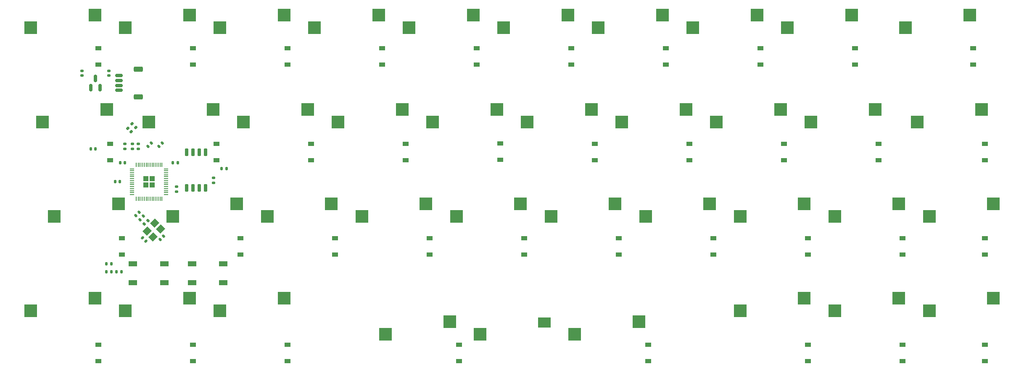
<source format=gbp>
%TF.GenerationSoftware,KiCad,Pcbnew,7.0.6*%
%TF.CreationDate,2023-07-31T23:10:21-04:00*%
%TF.ProjectId,cutiepie2040-hotswap,63757469-6570-4696-9532-3034302d686f,rev?*%
%TF.SameCoordinates,PX2d6b3a0PY6f46b48*%
%TF.FileFunction,Paste,Bot*%
%TF.FilePolarity,Positive*%
%FSLAX46Y46*%
G04 Gerber Fmt 4.6, Leading zero omitted, Abs format (unit mm)*
G04 Created by KiCad (PCBNEW 7.0.6) date 2023-07-31 23:10:21*
%MOMM*%
%LPD*%
G01*
G04 APERTURE LIST*
G04 Aperture macros list*
%AMRoundRect*
0 Rectangle with rounded corners*
0 $1 Rounding radius*
0 $2 $3 $4 $5 $6 $7 $8 $9 X,Y pos of 4 corners*
0 Add a 4 corners polygon primitive as box body*
4,1,4,$2,$3,$4,$5,$6,$7,$8,$9,$2,$3,0*
0 Add four circle primitives for the rounded corners*
1,1,$1+$1,$2,$3*
1,1,$1+$1,$4,$5*
1,1,$1+$1,$6,$7*
1,1,$1+$1,$8,$9*
0 Add four rect primitives between the rounded corners*
20,1,$1+$1,$2,$3,$4,$5,0*
20,1,$1+$1,$4,$5,$6,$7,0*
20,1,$1+$1,$6,$7,$8,$9,0*
20,1,$1+$1,$8,$9,$2,$3,0*%
%AMRotRect*
0 Rectangle, with rotation*
0 The origin of the aperture is its center*
0 $1 length*
0 $2 width*
0 $3 Rotation angle, in degrees counterclockwise*
0 Add horizontal line*
21,1,$1,$2,0,0,$3*%
G04 Aperture macros list end*
%ADD10R,2.550000X2.500000*%
%ADD11RoundRect,0.140000X0.021213X-0.219203X0.219203X-0.021213X-0.021213X0.219203X-0.219203X0.021213X0*%
%ADD12R,1.200000X0.900000*%
%ADD13R,1.700000X1.000000*%
%ADD14RoundRect,0.135000X0.035355X-0.226274X0.226274X-0.035355X-0.035355X0.226274X-0.226274X0.035355X0*%
%ADD15RoundRect,0.135000X-0.135000X-0.185000X0.135000X-0.185000X0.135000X0.185000X-0.135000X0.185000X0*%
%ADD16RoundRect,0.135000X0.185000X-0.135000X0.185000X0.135000X-0.185000X0.135000X-0.185000X-0.135000X0*%
%ADD17RoundRect,0.140000X0.170000X-0.140000X0.170000X0.140000X-0.170000X0.140000X-0.170000X-0.140000X0*%
%ADD18RoundRect,0.140000X-0.170000X0.140000X-0.170000X-0.140000X0.170000X-0.140000X0.170000X0.140000X0*%
%ADD19RoundRect,0.140000X0.140000X0.170000X-0.140000X0.170000X-0.140000X-0.170000X0.140000X-0.170000X0*%
%ADD20RoundRect,0.135000X-0.226274X-0.035355X-0.035355X-0.226274X0.226274X0.035355X0.035355X0.226274X0*%
%ADD21R,2.550000X2.150000*%
%ADD22RoundRect,0.140000X-0.021213X0.219203X-0.219203X0.021213X0.021213X-0.219203X0.219203X-0.021213X0*%
%ADD23RoundRect,0.140000X-0.140000X-0.170000X0.140000X-0.170000X0.140000X0.170000X-0.140000X0.170000X0*%
%ADD24RoundRect,0.150000X0.150000X-0.587500X0.150000X0.587500X-0.150000X0.587500X-0.150000X-0.587500X0*%
%ADD25RoundRect,0.150000X0.150000X-0.650000X0.150000X0.650000X-0.150000X0.650000X-0.150000X-0.650000X0*%
%ADD26RoundRect,0.250000X0.292217X0.292217X-0.292217X0.292217X-0.292217X-0.292217X0.292217X-0.292217X0*%
%ADD27RoundRect,0.050000X0.387500X0.050000X-0.387500X0.050000X-0.387500X-0.050000X0.387500X-0.050000X0*%
%ADD28RoundRect,0.050000X0.050000X0.387500X-0.050000X0.387500X-0.050000X-0.387500X0.050000X-0.387500X0*%
%ADD29RoundRect,0.140000X0.219203X0.021213X0.021213X0.219203X-0.219203X-0.021213X-0.021213X-0.219203X0*%
%ADD30RoundRect,0.150000X-0.625000X0.150000X-0.625000X-0.150000X0.625000X-0.150000X0.625000X0.150000X0*%
%ADD31RoundRect,0.229167X-0.670833X0.320833X-0.670833X-0.320833X0.670833X-0.320833X0.670833X0.320833X0*%
%ADD32RotRect,1.400000X1.200000X45.000000*%
G04 APERTURE END LIST*
D10*
%TO.C,MX35*%
X178652380Y73977794D03*
X191579380Y76517794D03*
%TD*%
D11*
%TO.C,C_1V-Decoup2*%
X28235661Y49964622D03*
X28914483Y50643444D03*
%TD*%
D10*
%TO.C,MX4*%
X2439880Y16827794D03*
X15366880Y19367794D03*
%TD*%
%TO.C,MX1*%
X2439880Y73977794D03*
X15366880Y76517794D03*
%TD*%
D12*
%TO.C,D6*%
X39885891Y47165862D03*
X39885891Y50465862D03*
%TD*%
%TO.C,D14*%
X77985923Y47165862D03*
X77985923Y50465862D03*
%TD*%
D11*
%TO.C,C_Crystal1*%
X28491564Y31170477D03*
X29170386Y31849299D03*
%TD*%
D13*
%TO.C,SW2*%
X23043816Y22507874D03*
X29343816Y22507874D03*
X23043816Y26307874D03*
X29343816Y26307874D03*
%TD*%
D10*
%TO.C,MX22*%
X107214880Y35877794D03*
X120141880Y38417794D03*
%TD*%
D12*
%TO.C,D37*%
X194667271Y28115846D03*
X194667271Y31415846D03*
%TD*%
D14*
%TO.C,R_Crystal1*%
X25313221Y34306394D03*
X26034469Y35027642D03*
%TD*%
D10*
%TO.C,MX17*%
X83402380Y54927794D03*
X96329380Y57467794D03*
%TD*%
%TO.C,MX2*%
X4821130Y54927794D03*
X17748130Y57467794D03*
%TD*%
%TO.C,MX11*%
X50064880Y35877794D03*
X62991880Y38417794D03*
%TD*%
D15*
%TO.C,R_Flash2*%
X17647076Y24705531D03*
X18667076Y24705531D03*
%TD*%
D10*
%TO.C,MX10*%
X45302380Y54927794D03*
X58229380Y57467794D03*
%TD*%
%TO.C,MX18*%
X88164880Y35877794D03*
X101091880Y38417794D03*
%TD*%
D12*
%TO.C,D17*%
X97035939Y47301801D03*
X97035939Y50601801D03*
%TD*%
D10*
%TO.C,MX30*%
X145314880Y16827794D03*
X158241880Y19367794D03*
%TD*%
D16*
%TO.C,R_Flash1*%
X39290724Y42650265D03*
X39290724Y43670265D03*
%TD*%
D13*
%TO.C,SW1*%
X34950096Y22507874D03*
X41250096Y22507874D03*
X34950096Y26307874D03*
X41250096Y26307874D03*
%TD*%
D15*
%TO.C,R_Flash3*%
X19730676Y24705531D03*
X20750676Y24705531D03*
%TD*%
D12*
%TO.C,D8*%
X35123387Y6684578D03*
X35123387Y9984578D03*
%TD*%
%TO.C,D20*%
X111323718Y66513453D03*
X111323718Y69813453D03*
%TD*%
%TO.C,D15*%
X82748427Y28115846D03*
X82748427Y31415846D03*
%TD*%
%TO.C,D31*%
X168473499Y66513453D03*
X168473499Y69813453D03*
%TD*%
D17*
%TO.C,C_3V-Decoup2*%
X21431304Y49526376D03*
X21431304Y50486376D03*
%TD*%
D10*
%TO.C,MX23*%
X111977380Y12065024D03*
X124904380Y14605024D03*
%TD*%
D12*
%TO.C,D13*%
X73223622Y66513453D03*
X73223622Y69813453D03*
%TD*%
%TO.C,D23*%
X126801589Y6684578D03*
X126801589Y9984578D03*
%TD*%
D10*
%TO.C,MX33*%
X164364880Y35877794D03*
X177291880Y38417794D03*
%TD*%
D17*
%TO.C,C_3V-Decoup7*%
X22919589Y49526376D03*
X22919589Y50486376D03*
%TD*%
D12*
%TO.C,D32*%
X173236003Y47165862D03*
X173236003Y50465862D03*
%TD*%
%TO.C,D4*%
X16073371Y6684578D03*
X16073371Y9984578D03*
%TD*%
D10*
%TO.C,MX13*%
X59589880Y73977794D03*
X72516880Y76517794D03*
%TD*%
D18*
%TO.C,C_3V-Decoup9*%
X31849299Y41854323D03*
X31849299Y40894323D03*
%TD*%
D19*
%TO.C,C_3V-Decoup4*%
X20423019Y42862608D03*
X19463019Y42862608D03*
%TD*%
D12*
%TO.C,D26*%
X139898475Y28115846D03*
X139898475Y31415846D03*
%TD*%
D10*
%TO.C,MX29*%
X145314880Y35877794D03*
X158241880Y38417794D03*
%TD*%
D12*
%TO.C,D28*%
X154185987Y47165862D03*
X154185987Y50465862D03*
%TD*%
D10*
%TO.C,MX15*%
X69114880Y35877794D03*
X82041880Y38417794D03*
%TD*%
D20*
%TO.C,R_DATA1*%
X22856622Y54534198D03*
X23577870Y53812950D03*
%TD*%
D10*
%TO.C,MX39*%
X92927380Y12065024D03*
D21*
X105854380Y14430024D03*
%TD*%
D10*
%TO.C,MX14*%
X64352380Y54927794D03*
X77279380Y57467794D03*
%TD*%
%TO.C,MX16*%
X78639880Y73977794D03*
X91566880Y76517794D03*
%TD*%
%TO.C,MX5*%
X21489880Y73977794D03*
X34416880Y76517794D03*
%TD*%
D22*
%TO.C,C_3V-Decoup8*%
X25120286Y35899399D03*
X24441464Y35220577D03*
%TD*%
D10*
%TO.C,MX24*%
X116739880Y73977794D03*
X129666880Y76517794D03*
%TD*%
D23*
%TO.C,C_Flash1*%
X40894323Y45541521D03*
X41854323Y45541521D03*
%TD*%
D10*
%TO.C,MX21*%
X102452380Y54927794D03*
X115379380Y57467794D03*
%TD*%
%TO.C,MX32*%
X159602380Y54927794D03*
X172529380Y57467794D03*
%TD*%
%TO.C,MX38*%
X183414880Y16827794D03*
X196341880Y19367794D03*
%TD*%
D12*
%TO.C,D10*%
X58935907Y47165862D03*
X58935907Y50465862D03*
%TD*%
D10*
%TO.C,MX20*%
X97689880Y73977794D03*
X110616880Y76517794D03*
%TD*%
D12*
%TO.C,D35*%
X192286019Y66513453D03*
X192286019Y69813453D03*
%TD*%
D10*
%TO.C,MX6*%
X26252380Y54927794D03*
X39179380Y57467794D03*
%TD*%
D12*
%TO.C,D38*%
X194667271Y6684578D03*
X194667271Y9984578D03*
%TD*%
%TO.C,D19*%
X88701557Y6684578D03*
X88701557Y9984578D03*
%TD*%
D24*
%TO.C,U3*%
X16428164Y61868127D03*
X14528164Y61868127D03*
X15478164Y63743127D03*
%TD*%
D10*
%TO.C,MX36*%
X181033630Y54927794D03*
X193960630Y57467794D03*
%TD*%
D12*
%TO.C,D25*%
X135135971Y47165862D03*
X135135971Y50465862D03*
%TD*%
D10*
%TO.C,MX37*%
X183414880Y35877794D03*
X196341880Y38417794D03*
%TD*%
%TO.C,MX8*%
X21489880Y16827794D03*
X34416880Y19367794D03*
%TD*%
D12*
%TO.C,D11*%
X63698411Y28115846D03*
X63698411Y31415846D03*
%TD*%
D22*
%TO.C,C_1V-Decoup3*%
X24278385Y36741300D03*
X23599563Y36062478D03*
%TD*%
D10*
%TO.C,MX26*%
X126264880Y35877794D03*
X139191880Y38417794D03*
%TD*%
D12*
%TO.C,D18*%
X101798443Y28115846D03*
X101798443Y31415846D03*
%TD*%
D10*
%TO.C,MX9*%
X40539880Y73977794D03*
X53466880Y76517794D03*
%TD*%
D12*
%TO.C,D34*%
X177998507Y6684578D03*
X177998507Y9984578D03*
%TD*%
%TO.C,D2*%
X18454623Y47165862D03*
X18454623Y50465862D03*
%TD*%
%TO.C,D3*%
X20835875Y28115846D03*
X20835875Y31415846D03*
%TD*%
%TO.C,D29*%
X158948491Y28115846D03*
X158948491Y31415846D03*
%TD*%
%TO.C,D16*%
X92273670Y66513453D03*
X92273670Y69813453D03*
%TD*%
D23*
%TO.C,C_3V-Decoup6*%
X31071642Y46732149D03*
X32031642Y46732149D03*
%TD*%
D12*
%TO.C,D30*%
X158948491Y6684578D03*
X158948491Y9984578D03*
%TD*%
%TO.C,D1*%
X16073478Y66513453D03*
X16073478Y69813453D03*
%TD*%
D19*
%TO.C,C_3V-Decoup1*%
X15478164Y49526376D03*
X14518164Y49526376D03*
%TD*%
D17*
%TO.C,C_LD1*%
X18157077Y64305627D03*
X18157077Y65265627D03*
%TD*%
D10*
%TO.C,MX7*%
X31014880Y35877794D03*
X43941880Y38417794D03*
%TD*%
D15*
%TO.C,R_RST1*%
X17647077Y26307874D03*
X18667077Y26307874D03*
%TD*%
D10*
%TO.C,MX12*%
X40539880Y16827794D03*
X53466880Y19367794D03*
%TD*%
%TO.C,MX3*%
X7202380Y35877794D03*
X20129380Y38417794D03*
%TD*%
D25*
%TO.C,U2*%
X37623700Y41643984D03*
X36353700Y41643984D03*
X35083700Y41643984D03*
X33813700Y41643984D03*
X33813700Y48843984D03*
X35083700Y48843984D03*
X36353700Y48843984D03*
X37623700Y48843984D03*
%TD*%
D12*
%TO.C,D33*%
X177998507Y28115846D03*
X177998507Y31415846D03*
%TD*%
%TO.C,D36*%
X194667271Y47165862D03*
X194667271Y50465862D03*
%TD*%
%TO.C,D7*%
X44648395Y28115846D03*
X44648395Y31415846D03*
%TD*%
%TO.C,D12*%
X54173403Y6684578D03*
X54173403Y9984578D03*
%TD*%
D17*
%TO.C,C_1V-Decoup1*%
X24110217Y49526376D03*
X24110217Y50486376D03*
%TD*%
D11*
%TO.C,C_3V-Decoup3*%
X26078189Y49964622D03*
X26757011Y50643444D03*
%TD*%
D10*
%TO.C,MX27*%
X135789880Y73977794D03*
X148716880Y76517794D03*
%TD*%
D12*
%TO.C,D22*%
X120848459Y28115846D03*
X120848459Y31415846D03*
%TD*%
D26*
%TO.C,U1*%
X26915688Y42225108D03*
X26915688Y43500108D03*
X25640688Y42225108D03*
X25640688Y43500108D03*
D27*
X29715688Y45462608D03*
X29715688Y45062608D03*
X29715688Y44662608D03*
X29715688Y44262608D03*
X29715688Y43862608D03*
X29715688Y43462608D03*
X29715688Y43062608D03*
X29715688Y42662608D03*
X29715688Y42262608D03*
X29715688Y41862608D03*
X29715688Y41462608D03*
X29715688Y41062608D03*
X29715688Y40662608D03*
X29715688Y40262608D03*
D28*
X28878188Y39425108D03*
X28478188Y39425108D03*
X28078188Y39425108D03*
X27678188Y39425108D03*
X27278188Y39425108D03*
X26878188Y39425108D03*
X26478188Y39425108D03*
X26078188Y39425108D03*
X25678188Y39425108D03*
X25278188Y39425108D03*
X24878188Y39425108D03*
X24478188Y39425108D03*
X24078188Y39425108D03*
X23678188Y39425108D03*
D27*
X22840688Y40262608D03*
X22840688Y40662608D03*
X22840688Y41062608D03*
X22840688Y41462608D03*
X22840688Y41862608D03*
X22840688Y42262608D03*
X22840688Y42662608D03*
X22840688Y43062608D03*
X22840688Y43462608D03*
X22840688Y43862608D03*
X22840688Y44262608D03*
X22840688Y44662608D03*
X22840688Y45062608D03*
X22840688Y45462608D03*
D28*
X23678188Y46300108D03*
X24078188Y46300108D03*
X24478188Y46300108D03*
X24878188Y46300108D03*
X25278188Y46300108D03*
X25678188Y46300108D03*
X26078188Y46300108D03*
X26478188Y46300108D03*
X26878188Y46300108D03*
X27278188Y46300108D03*
X27678188Y46300108D03*
X28078188Y46300108D03*
X28478188Y46300108D03*
X28878188Y46300108D03*
%TD*%
D12*
%TO.C,D27*%
X149423483Y66513453D03*
X149423483Y69813453D03*
%TD*%
D29*
%TO.C,C_Crystal2*%
X25673845Y30878463D03*
X24995023Y31557285D03*
%TD*%
D10*
%TO.C,MX28*%
X140552380Y54927794D03*
X153479380Y57467794D03*
%TD*%
%TO.C,MX25*%
X121502380Y54927794D03*
X134429380Y57467794D03*
%TD*%
D12*
%TO.C,D9*%
X54173574Y66513453D03*
X54173574Y69813453D03*
%TD*%
%TO.C,D24*%
X130373467Y66513453D03*
X130373467Y69813453D03*
%TD*%
D19*
%TO.C,C_3V-Decoup5*%
X21431304Y46732149D03*
X20471304Y46732149D03*
%TD*%
D20*
%TO.C,R_DATA2*%
X21963651Y53641227D03*
X22684899Y52919979D03*
%TD*%
D10*
%TO.C,MX34*%
X164364880Y16827794D03*
X177291880Y19367794D03*
%TD*%
D17*
%TO.C,C_LD2*%
X12799251Y64305627D03*
X12799251Y65265627D03*
%TD*%
D30*
%TO.C,J1*%
X20249880Y64305627D03*
X20249880Y63305627D03*
X20249880Y62305627D03*
X20249880Y61305627D03*
D31*
X24124880Y65605627D03*
X24124880Y60005627D03*
%TD*%
D10*
%TO.C,MX19*%
X73877380Y12065294D03*
X86804380Y14605294D03*
%TD*%
D12*
%TO.C,D21*%
X116085955Y47165862D03*
X116085955Y50465862D03*
%TD*%
D32*
%TO.C,Y1*%
X25849854Y32935374D03*
X27405489Y34491009D03*
X28607570Y33288928D03*
X27051935Y31733293D03*
%TD*%
D12*
%TO.C,D5*%
X35123526Y66513453D03*
X35123526Y69813453D03*
%TD*%
D10*
%TO.C,MX31*%
X154839880Y73977794D03*
X167766880Y76517794D03*
%TD*%
M02*

</source>
